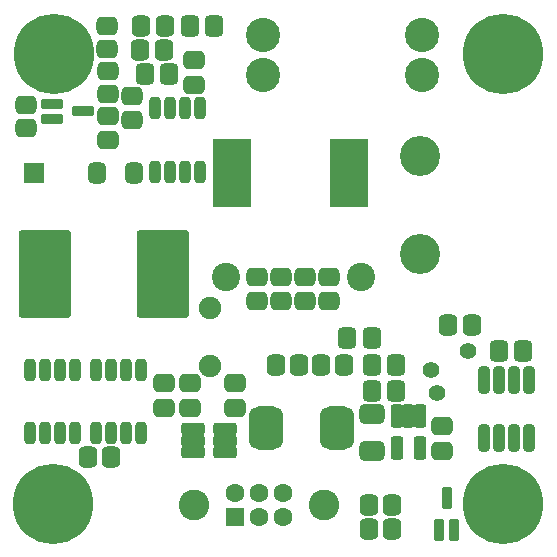
<source format=gbr>
%TF.GenerationSoftware,KiCad,Pcbnew,(6.0.4)*%
%TF.CreationDate,2023-01-27T10:26:40-05:00*%
%TF.ProjectId,charging_on_the_pad,63686172-6769-46e6-975f-6f6e5f746865,rev?*%
%TF.SameCoordinates,Original*%
%TF.FileFunction,Soldermask,Top*%
%TF.FilePolarity,Negative*%
%FSLAX46Y46*%
G04 Gerber Fmt 4.6, Leading zero omitted, Abs format (unit mm)*
G04 Created by KiCad (PCBNEW (6.0.4)) date 2023-01-27 10:26:40*
%MOMM*%
%LPD*%
G01*
G04 APERTURE LIST*
G04 Aperture macros list*
%AMRoundRect*
0 Rectangle with rounded corners*
0 $1 Rounding radius*
0 $2 $3 $4 $5 $6 $7 $8 $9 X,Y pos of 4 corners*
0 Add a 4 corners polygon primitive as box body*
4,1,4,$2,$3,$4,$5,$6,$7,$8,$9,$2,$3,0*
0 Add four circle primitives for the rounded corners*
1,1,$1+$1,$2,$3*
1,1,$1+$1,$4,$5*
1,1,$1+$1,$6,$7*
1,1,$1+$1,$8,$9*
0 Add four rect primitives between the rounded corners*
20,1,$1+$1,$2,$3,$4,$5,0*
20,1,$1+$1,$4,$5,$6,$7,0*
20,1,$1+$1,$6,$7,$8,$9,0*
20,1,$1+$1,$8,$9,$2,$3,0*%
G04 Aperture macros list end*
%ADD10C,6.800000*%
%ADD11C,2.600000*%
%ADD12RoundRect,0.200000X-0.600000X-0.600000X0.600000X-0.600000X0.600000X0.600000X-0.600000X0.600000X0*%
%ADD13C,1.600000*%
%ADD14RoundRect,0.450000X0.337500X0.475000X-0.337500X0.475000X-0.337500X-0.475000X0.337500X-0.475000X0*%
%ADD15RoundRect,0.450000X0.625000X-0.400000X0.625000X0.400000X-0.625000X0.400000X-0.625000X-0.400000X0*%
%ADD16RoundRect,0.200000X2.000000X3.500000X-2.000000X3.500000X-2.000000X-3.500000X2.000000X-3.500000X0*%
%ADD17RoundRect,0.450000X-0.337500X-0.475000X0.337500X-0.475000X0.337500X0.475000X-0.337500X0.475000X0*%
%ADD18RoundRect,0.450000X0.450000X-0.350000X0.450000X0.350000X-0.450000X0.350000X-0.450000X-0.350000X0*%
%ADD19RoundRect,0.450000X0.475000X-0.337500X0.475000X0.337500X-0.475000X0.337500X-0.475000X-0.337500X0*%
%ADD20RoundRect,0.200000X-0.225000X-0.750000X0.225000X-0.750000X0.225000X0.750000X-0.225000X0.750000X0*%
%ADD21C,1.400000*%
%ADD22RoundRect,0.200000X0.780000X0.325000X-0.780000X0.325000X-0.780000X-0.325000X0.780000X-0.325000X0*%
%ADD23RoundRect,0.350000X0.150000X-0.600000X0.150000X0.600000X-0.150000X0.600000X-0.150000X-0.600000X0*%
%ADD24RoundRect,0.450000X-0.450000X0.350000X-0.450000X-0.350000X0.450000X-0.350000X0.450000X0.350000X0*%
%ADD25RoundRect,0.450000X0.350000X0.450000X-0.350000X0.450000X-0.350000X-0.450000X0.350000X-0.450000X0*%
%ADD26C,3.400000*%
%ADD27C,2.400000*%
%ADD28RoundRect,0.200000X-0.675000X-0.675000X0.675000X-0.675000X0.675000X0.675000X-0.675000X0.675000X0*%
%ADD29RoundRect,0.200000X-0.750000X0.225000X-0.750000X-0.225000X0.750000X-0.225000X0.750000X0.225000X0*%
%ADD30RoundRect,0.350000X-0.150000X0.825000X-0.150000X-0.825000X0.150000X-0.825000X0.150000X0.825000X0*%
%ADD31RoundRect,0.350000X-0.150000X0.600000X-0.150000X-0.600000X0.150000X-0.600000X0.150000X0.600000X0*%
%ADD32RoundRect,0.450000X-0.475000X0.337500X-0.475000X-0.337500X0.475000X-0.337500X0.475000X0.337500X0*%
%ADD33C,2.900000*%
%ADD34RoundRect,0.825000X-0.625000X-1.000000X0.625000X-1.000000X0.625000X1.000000X-0.625000X1.000000X0*%
%ADD35RoundRect,0.500000X0.300000X0.400000X-0.300000X0.400000X-0.300000X-0.400000X0.300000X-0.400000X0*%
%ADD36RoundRect,0.200000X-0.325000X0.780000X-0.325000X-0.780000X0.325000X-0.780000X0.325000X0.780000X0*%
%ADD37RoundRect,0.450000X-0.350000X-0.450000X0.350000X-0.450000X0.350000X0.450000X-0.350000X0.450000X0*%
%ADD38RoundRect,0.200000X-1.450000X-2.700000X1.450000X-2.700000X1.450000X2.700000X-1.450000X2.700000X0*%
%ADD39C,1.900000*%
G04 APERTURE END LIST*
D10*
%TO.C,H2*%
X165100000Y-127000000D03*
%TD*%
D11*
%TO.C,J2*%
X149900000Y-127100000D03*
X138900000Y-127100000D03*
D12*
X142400000Y-128100000D03*
D13*
X144400000Y-128100000D03*
X146400000Y-128100000D03*
X142400000Y-126100000D03*
X144400000Y-126100000D03*
X146400000Y-126100000D03*
%TD*%
D14*
%TO.C,C3*%
X153970900Y-112979200D03*
X151895900Y-112979200D03*
%TD*%
D15*
%TO.C,R23*%
X154003600Y-122550000D03*
X154003600Y-119450000D03*
%TD*%
D16*
%TO.C,L3*%
X136263400Y-107594400D03*
X126263400Y-107594400D03*
%TD*%
D17*
%TO.C,C30*%
X153962500Y-117459000D03*
X156037500Y-117459000D03*
%TD*%
D18*
%TO.C,R9*%
X124714000Y-95234000D03*
X124714000Y-93234000D03*
%TD*%
D19*
%TO.C,C31*%
X159900000Y-122537500D03*
X159900000Y-120462500D03*
%TD*%
D18*
%TO.C,R11*%
X131500000Y-88550000D03*
X131500000Y-86550000D03*
%TD*%
D20*
%TO.C,Q5*%
X159650000Y-129219000D03*
X160950000Y-129219000D03*
X160300000Y-126559000D03*
%TD*%
D17*
%TO.C,C4*%
X164722900Y-114071400D03*
X166797900Y-114071400D03*
%TD*%
D21*
%TO.C,TP3*%
X158950000Y-115650000D03*
%TD*%
D22*
%TO.C,U4*%
X141558000Y-122616000D03*
X141558000Y-121666000D03*
X141558000Y-120716000D03*
X138858000Y-120716000D03*
X138858000Y-121666000D03*
X138858000Y-122616000D03*
%TD*%
D23*
%TO.C,Q4*%
X128807400Y-121011600D03*
X124997400Y-121011600D03*
X127537400Y-121011600D03*
X126267400Y-121011600D03*
X128807400Y-115650600D03*
X127537400Y-115650600D03*
X126267400Y-115650600D03*
X124997400Y-115650600D03*
%TD*%
D24*
%TO.C,R6*%
X146304000Y-107839000D03*
X146304000Y-109839000D03*
%TD*%
D25*
%TO.C,R18*%
X151622000Y-115300000D03*
X149622000Y-115300000D03*
%TD*%
D17*
%TO.C,C9*%
X134750900Y-90600000D03*
X136825900Y-90600000D03*
%TD*%
D26*
%TO.C,J4*%
X158000000Y-97600000D03*
X158000000Y-105850000D03*
%TD*%
D25*
%TO.C,R10*%
X136450000Y-86600000D03*
X134450000Y-86600000D03*
%TD*%
D27*
%TO.C,TP6*%
X153000000Y-107850000D03*
%TD*%
D10*
%TO.C,H3*%
X127013126Y-88900000D03*
%TD*%
D19*
%TO.C,C33*%
X142337500Y-118893500D03*
X142337500Y-116818500D03*
%TD*%
D28*
%TO.C,TP7*%
X125350000Y-99050000D03*
%TD*%
D24*
%TO.C,R8*%
X150368000Y-107839000D03*
X150368000Y-109839000D03*
%TD*%
D29*
%TO.C,Q1*%
X126838400Y-93150000D03*
X126838400Y-94450000D03*
X129498400Y-93800000D03*
%TD*%
D30*
%TO.C,U2*%
X167305000Y-116525000D03*
X166035000Y-116525000D03*
X164765000Y-116525000D03*
X163495000Y-116525000D03*
X163495000Y-121475000D03*
X164765000Y-121475000D03*
X166035000Y-121475000D03*
X167305000Y-121475000D03*
%TD*%
D31*
%TO.C,Q2*%
X135622430Y-93527058D03*
X138162430Y-93527058D03*
X139432430Y-93527058D03*
X136892430Y-93527058D03*
X139432430Y-98888058D03*
X135622430Y-98888058D03*
X138162430Y-98888058D03*
X136892430Y-98888058D03*
%TD*%
D32*
%TO.C,C7*%
X138900000Y-89462500D03*
X138900000Y-91537500D03*
%TD*%
D33*
%TO.C,F1*%
X144765000Y-90700000D03*
X144765000Y-87300000D03*
X158235000Y-87300000D03*
X158235000Y-90700000D03*
%TD*%
D34*
%TO.C,L2*%
X145037500Y-120600000D03*
X151037500Y-120600000D03*
%TD*%
D19*
%TO.C,C22*%
X138557000Y-118893500D03*
X138557000Y-116818500D03*
%TD*%
D27*
%TO.C,TP5*%
X141650000Y-107850000D03*
%TD*%
D10*
%TO.C,H1*%
X165100000Y-88900000D03*
%TD*%
%TO.C,H4*%
X127000000Y-127000000D03*
%TD*%
D18*
%TO.C,R7*%
X148336000Y-109839000D03*
X148336000Y-107839000D03*
%TD*%
D19*
%TO.C,C20*%
X136398000Y-118893500D03*
X136398000Y-116818500D03*
%TD*%
D35*
%TO.C,D5*%
X133800000Y-99000000D03*
X130700000Y-99000000D03*
%TD*%
D21*
%TO.C,TP4*%
X162100000Y-114100000D03*
%TD*%
D36*
%TO.C,U7*%
X158000000Y-119599200D03*
X157050000Y-119599200D03*
X156100000Y-119599200D03*
X156100000Y-122299200D03*
X158000000Y-122299200D03*
%TD*%
D21*
%TO.C,TP9*%
X159450000Y-117650000D03*
%TD*%
D25*
%TO.C,R25*%
X155686000Y-129159000D03*
X153686000Y-129159000D03*
%TD*%
D24*
%TO.C,R13*%
X131600000Y-90350000D03*
X131600000Y-92350000D03*
%TD*%
D23*
%TO.C,Q3*%
X134405000Y-121011000D03*
X130595000Y-121011000D03*
X133135000Y-121011000D03*
X131865000Y-121011000D03*
X133135000Y-115650000D03*
X131865000Y-115650000D03*
X134405000Y-115650000D03*
X130595000Y-115650000D03*
%TD*%
D37*
%TO.C,R24*%
X153686000Y-127127000D03*
X155686000Y-127127000D03*
%TD*%
D25*
%TO.C,R12*%
X136350000Y-88600000D03*
X134350000Y-88600000D03*
%TD*%
D17*
%TO.C,C27*%
X153962500Y-115300000D03*
X156037500Y-115300000D03*
%TD*%
D32*
%TO.C,C10*%
X131622800Y-94161700D03*
X131622800Y-96236700D03*
%TD*%
D25*
%TO.C,R19*%
X147812000Y-115300000D03*
X145812000Y-115300000D03*
%TD*%
%TO.C,R4*%
X162442400Y-111912400D03*
X160442400Y-111912400D03*
%TD*%
D17*
%TO.C,C8*%
X138562500Y-86600000D03*
X140637500Y-86600000D03*
%TD*%
D25*
%TO.C,R17*%
X131915000Y-123063000D03*
X129915000Y-123063000D03*
%TD*%
D18*
%TO.C,R14*%
X133650000Y-94500000D03*
X133650000Y-92500000D03*
%TD*%
%TO.C,R5*%
X144272000Y-109839000D03*
X144272000Y-107839000D03*
%TD*%
D38*
%TO.C,L1*%
X142150000Y-99050000D03*
X152050000Y-99050000D03*
%TD*%
D39*
%TO.C,Y1*%
X140250000Y-110450000D03*
X140250000Y-115330000D03*
%TD*%
M02*

</source>
